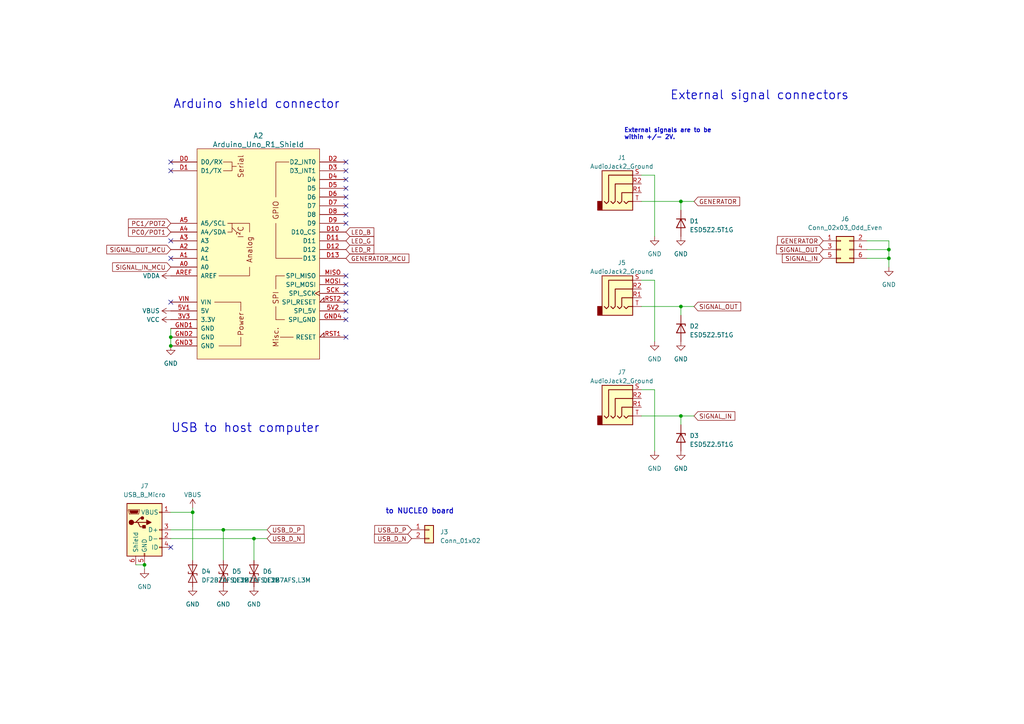
<source format=kicad_sch>
(kicad_sch (version 20230121) (generator eeschema)
  (paper "A4")
  (title_block (title "DSP PAW add-on board") (date "2023-09-13") (rev "2") (company "bitgloo") (comment 1 "Released under the CERN Open Hardware Licence Version 2 - Strongly Reciprocal"))
  (lib_symbols
    (symbol "Connector:USB_B_Micro" (pin_names (offset 1.016))
      (property "Reference" "J" (at -5.08 11.43 0))
      (property "Value" "USB_B_Micro" (at -5.08 8.89 0))
      (symbol "USB_B_Micro_0_1"
        (rectangle (start -5.08 -7.62) (end 5.08 7.62) (stroke (width 0.254)) (fill (type background)))
        (circle (center -3.81 2.159) (radius 0.635) (stroke (width 0.254)) (fill (type outline)))
        (circle (center -0.635 3.429) (radius 0.381) (stroke (width 0.254)) (fill (type outline)))
        (rectangle (start -0.127 -7.62) (end 0.127 -6.858))
        (polyline (pts (xy -1.905 2.159) (xy 0.635 2.159)) (stroke (width 0.254)))
        (polyline (pts (xy -3.175 2.159) (xy -2.54 2.159) (xy -1.27 3.429) (xy -0.635 3.429)) (stroke (width 0.254)))
        (polyline (pts (xy -2.54 2.159) (xy -1.905 2.159) (xy -1.27 0.889) (xy 0 0.889)) (stroke (width 0.254)))
        (polyline (pts (xy 0.635 2.794) (xy 0.635 1.524) (xy 1.905 2.159) (xy 0.635 2.794)) (stroke (width 0.254)) (fill (type outline)))
        (polyline (pts (xy -4.318 5.588) (xy -1.778 5.588) (xy -2.032 4.826) (xy -4.064 4.826) (xy -4.318 5.588)) (fill (type outline)))
        (polyline (pts (xy -4.699 5.842) (xy -4.699 5.588) (xy -4.445 4.826) (xy -4.445 4.572) (xy -1.651 4.572) (xy -1.651 4.826) (xy -1.397 5.588) (xy -1.397 5.842) (xy -4.699 5.842)))
        (rectangle (start 0.254 1.27) (end -0.508 0.508) (stroke (width 0.254)) (fill (type outline)))
        (rectangle (start 5.08 -5.207) (end 4.318 -4.953))
        (rectangle (start 5.08 -2.667) (end 4.318 -2.413))
        (rectangle (start 5.08 -0.127) (end 4.318 0.127))
        (rectangle (start 5.08 4.953) (end 4.318 5.207))
      )
      (symbol "USB_B_Micro_1_1"
        (pin power_out line (at 7.62 5.08 180) (length 2.54) (name "VBUS") (number "1"))
        (pin bidirectional line (at 7.62 -2.54 180) (length 2.54) (name "D-") (number "2"))
        (pin bidirectional line (at 7.62 0 180) (length 2.54) (name "D+") (number "3"))
        (pin passive line (at 7.62 -5.08 180) (length 2.54) (name "ID") (number "4"))
        (pin power_out line (at 0 -10.16 90) (length 2.54) (name "GND") (number "5"))
        (pin passive line (at -2.54 -10.16 90) (length 2.54) (name "Shield") (number "6"))
      )
    )
    (symbol "Connector_Audio:AudioJack4"
      (property "Reference" "J" (at 0 8.89 0))
      (property "Value" "AudioJack4" (at 0 6.35 0))
      (symbol "AudioJack4_0_1"
        (rectangle (start -6.35 -5.08) (end -7.62 -7.62) (stroke (width 0.254)) (fill (type outline)))
        (polyline (pts (xy 0 -5.08) (xy 0.635 -5.715) (xy 1.27 -5.08) (xy 2.54 -5.08)) (stroke (width 0.254)))
        (polyline (pts (xy -5.715 -5.08) (xy -5.08 -5.715) (xy -4.445 -5.08) (xy -4.445 2.54) (xy 2.54 2.54)) (stroke (width 0.254)))
        (polyline (pts (xy -1.905 -5.08) (xy -1.27 -5.715) (xy -0.635 -5.08) (xy -0.635 -2.54) (xy 2.54 -2.54)) (stroke (width 0.254)))
        (polyline (pts (xy 2.54 0) (xy -2.54 0) (xy -2.54 -5.08) (xy -3.175 -5.715) (xy -3.81 -5.08)) (stroke (width 0.254)))
        (rectangle (start 2.54 3.81) (end -6.35 -7.62) (stroke (width 0.254)) (fill (type background)))
      )
      (symbol "AudioJack4_1_1"
        (pin passive line (at 5.08 -2.54 180) (length 2.54) (name "~") (number "R1"))
        (pin passive line (at 5.08 0 180) (length 2.54) (name "~") (number "R2"))
        (pin passive line (at 5.08 2.54 180) (length 2.54) (name "~") (number "S"))
        (pin passive line (at 5.08 -5.08 180) (length 2.54) (name "~") (number "T"))
      )
    )
    (symbol "Connector_Generic:Conn_01x02" (pin_names (offset 1.016) hide)
      (property "Reference" "J" (at 0 2.54 0))
      (property "Value" "Conn_01x02" (at 0 -5.08 0))
      (symbol "Conn_01x02_1_1"
        (rectangle (start -1.27 -2.413) (end 0 -2.667) (stroke (width 0.1524)))
        (rectangle (start -1.27 0.127) (end 0 -0.127) (stroke (width 0.1524)))
        (rectangle (start -1.27 1.27) (end 1.27 -3.81) (stroke (width 0.254)) (fill (type background)))
        (pin passive line (at -5.08 0 0) (length 3.81) (name "Pin_1") (number "1"))
        (pin passive line (at -5.08 -2.54 0) (length 3.81) (name "Pin_2") (number "2"))
      )
    )
    (symbol "Connector_Generic:Conn_02x03_Odd_Even" (pin_names (offset 1.016) hide)
      (property "Reference" "J" (at 1.27 5.08 0))
      (property "Value" "Conn_02x03_Odd_Even" (at 1.27 -5.08 0))
      (symbol "Conn_02x03_Odd_Even_1_1"
        (rectangle (start -1.27 -2.413) (end 0 -2.667) (stroke (width 0.1524)))
        (rectangle (start -1.27 0.127) (end 0 -0.127) (stroke (width 0.1524)))
        (rectangle (start -1.27 2.667) (end 0 2.413) (stroke (width 0.1524)))
        (rectangle (start -1.27 3.81) (end 3.81 -3.81) (stroke (width 0.254)) (fill (type background)))
        (rectangle (start 3.81 -2.413) (end 2.54 -2.667) (stroke (width 0.1524)))
        (rectangle (start 3.81 0.127) (end 2.54 -0.127) (stroke (width 0.1524)))
        (rectangle (start 3.81 2.667) (end 2.54 2.413) (stroke (width 0.1524)))
        (pin passive line (at -5.08 2.54 0) (length 3.81) (name "Pin_1") (number "1"))
        (pin passive line (at 7.62 2.54 180) (length 3.81) (name "Pin_2") (number "2"))
        (pin passive line (at -5.08 0 0) (length 3.81) (name "Pin_3") (number "3"))
        (pin passive line (at 7.62 0 180) (length 3.81) (name "Pin_4") (number "4"))
        (pin passive line (at -5.08 -2.54 0) (length 3.81) (name "Pin_5") (number "5"))
        (pin passive line (at 7.62 -2.54 180) (length 3.81) (name "Pin_6") (number "6"))
      )
    )
    (symbol "Diode:ESD5Zxx" (pin_numbers hide) (pin_names hide)
      (property "Reference" "D" (at 0 2.54 0))
      (property "Value" "ESD5Zxx" (at 0 -2.54 0))
      (symbol "ESD5Zxx_0_1"
        (polyline (pts (xy 1.27 0) (xy -1.27 0)))
        (polyline (pts (xy -1.27 -1.27) (xy -1.27 1.27) (xy -0.762 1.27)) (stroke (width 0.254)))
        (polyline (pts (xy 1.27 -1.27) (xy 1.27 1.27) (xy -1.27 0) (xy 1.27 -1.27)) (stroke (width 0.254)))
      )
      (symbol "ESD5Zxx_1_1"
        (pin passive line (at -3.81 0 0) (length 2.54) (name "K") (number "1"))
        (pin passive line (at 3.81 0 180) (length 2.54) (name "A") (number "2"))
      )
    )
    (symbol "Diode:ESD9B5.0ST5G" (pin_numbers hide) (pin_names (offset 1.016) hide)
      (property "Reference" "D" (at 0 2.54 0))
      (property "Value" "ESD9B5.0ST5G" (at 0 -2.54 0))
      (symbol "ESD9B5.0ST5G_0_1"
        (polyline (pts (xy 1.27 0) (xy -1.27 0)))
        (polyline (pts (xy -2.54 -1.27) (xy 0 0) (xy -2.54 1.27) (xy -2.54 -1.27)) (stroke (width 0.2032)))
        (polyline (pts (xy 0.508 1.27) (xy 0 1.27) (xy 0 -1.27) (xy -0.508 -1.27)) (stroke (width 0.2032)))
        (polyline (pts (xy 2.54 1.27) (xy 2.54 -1.27) (xy 0 0) (xy 2.54 1.27)) (stroke (width 0.2032)))
      )
      (symbol "ESD9B5.0ST5G_1_1"
        (pin passive line (at -3.81 0 0) (length 2.54) (name "A1") (number "1"))
        (pin passive line (at 3.81 0 180) (length 2.54) (name "A2") (number "2"))
      )
    )
    (symbol "PCM_arduino-library:Arduino_Uno_R1_Shield" (pin_names (offset 1.016))
      (property "Reference" "A" (at 0 36.83 0))
      (property "Value" "Arduino_Uno_R1_Shield" (at 0 33.02 0))
      (symbol "Arduino_Uno_R1_Shield_0_0"
        (rectangle (start -17.78 30.48) (end 17.78 -30.48) (fill (type background)))
        (rectangle (start -12.7 -13.97) (end -5.08 -13.97))
        (rectangle (start -11.43 -26.67) (end -5.08 -26.67))
        (polyline (pts (xy -7.62 7.62) (xy -6.35 6.35)))
        (polyline (pts (xy -7.62 25.4) (xy -6.35 25.4)))
        (polyline (pts (xy -5.08 -26.67) (xy -5.08 -24.13)))
        (polyline (pts (xy -5.08 -15.24) (xy -5.08 -16.51)))
        (polyline (pts (xy -5.08 -13.97) (xy -5.08 -15.24)))
        (polyline (pts (xy -2.54 -3.81) (xy -2.54 -6.35) (xy -11.43 -6.35)))
        (polyline (pts (xy -2.54 6.35) (xy -2.54 8.89) (xy -8.89 8.89)))
        (polyline (pts (xy 5.08 8.89) (xy 5.08 -1.27) (xy 12.7 -1.27)))
        (polyline (pts (xy 5.08 16.51) (xy 5.08 26.67) (xy 8.89 26.67)))
        (polyline (pts (xy -10.16 26.67) (xy -7.62 26.67) (xy -7.62 24.13) (xy -10.16 24.13)))
        (polyline (pts (xy -8.89 8.89) (xy -7.62 8.89) (xy -7.62 6.35) (xy -8.89 6.35)))
        (rectangle (start 5.08 -19.05) (end 5.08 -15.24))
        (rectangle (start 5.08 -19.05) (end 7.62 -19.05))
        (rectangle (start 5.08 -10.16) (end 5.08 -6.35))
        (rectangle (start 6.35 -24.13) (end 10.16 -24.13))
        (rectangle (start 7.62 -6.35) (end 5.08 -6.35))
        (text "Analog" (at -2.54 1.27 900) (effects (font (size 1.524 1.524))))
        (text "I²C" (at -5.08 6.35 900) (effects (font (size 1.524 1.524))))
        (text "Misc." (at 5.08 -24.13 900) (effects (font (size 1.524 1.524))))
        (text "Power" (at -5.08 -20.32 900) (effects (font (size 1.524 1.524))))
        (text "Serial" (at -5.08 25.4 900) (effects (font (size 1.524 1.524))))
        (text "SPI" (at 5.08 -12.7 900) (effects (font (size 1.524 1.524))))
      )
      (symbol "Arduino_Uno_R1_Shield_1_0"
        (text "GPIO" (at 5.08 12.7 900) (effects (font (size 1.524 1.524))))
      )
      (symbol "Arduino_Uno_R1_Shield_1_1"
        (pin power_out line (at -25.4 -19.05 0) (length 7.62) (name "3.3V") (number "3V3"))
        (pin power_in line (at -25.4 -16.51 0) (length 7.62) (name "5V") (number "5V1"))
        (pin power_in line (at 25.4 -16.51 180) (length 7.62) (name "SPI_5V") (number "5V2"))
        (pin bidirectional line (at -25.4 -3.81 0) (length 7.62) (name "A0") (number "A0"))
        (pin bidirectional line (at -25.4 -1.27 0) (length 7.62) (name "A1") (number "A1"))
        (pin bidirectional line (at -25.4 1.27 0) (length 7.62) (name "A2") (number "A2"))
        (pin bidirectional line (at -25.4 3.81 0) (length 7.62) (name "A3") (number "A3"))
        (pin bidirectional line (at -25.4 6.35 0) (length 7.62) (name "A4/SDA") (number "A4"))
        (pin bidirectional line (at -25.4 8.89 0) (length 7.62) (name "A5/SCL") (number "A5"))
        (pin input line (at -25.4 -6.35 0) (length 7.62) (name "AREF") (number "AREF"))
        (pin bidirectional line (at -25.4 26.67 0) (length 7.62) (name "D0/RX") (number "D0"))
        (pin bidirectional line (at -25.4 24.13 0) (length 7.62) (name "D1/TX") (number "D1"))
        (pin bidirectional line (at 25.4 6.35 180) (length 7.62) (name "D10_CS") (number "D10"))
        (pin bidirectional line (at 25.4 3.81 180) (length 7.62) (name "D11") (number "D11"))
        (pin bidirectional line (at 25.4 1.27 180) (length 7.62) (name "D12") (number "D12"))
        (pin bidirectional line (at 25.4 -1.27 180) (length 7.62) (name "D13") (number "D13"))
        (pin bidirectional line (at 25.4 26.67 180) (length 7.62) (name "D2_INT0") (number "D2"))
        (pin bidirectional line (at 25.4 24.13 180) (length 7.62) (name "D3_INT1") (number "D3"))
        (pin bidirectional line (at 25.4 21.59 180) (length 7.62) (name "D4") (number "D4"))
        (pin bidirectional line (at 25.4 19.05 180) (length 7.62) (name "D5") (number "D5"))
        (pin bidirectional line (at 25.4 16.51 180) (length 7.62) (name "D6") (number "D6"))
        (pin bidirectional line (at 25.4 13.97 180) (length 7.62) (name "D7") (number "D7"))
        (pin bidirectional line (at 25.4 11.43 180) (length 7.62) (name "D8") (number "D8"))
        (pin bidirectional line (at 25.4 8.89 180) (length 7.62) (name "D9") (number "D9"))
        (pin power_in line (at -25.4 -21.59 0) (length 7.62) (name "GND") (number "GND1"))
        (pin power_in line (at -25.4 -24.13 0) (length 7.62) (name "GND") (number "GND2"))
        (pin power_in line (at -25.4 -26.67 0) (length 7.62) (name "GND") (number "GND3"))
        (pin power_in line (at 25.4 -19.05 180) (length 7.62) (name "SPI_GND") (number "GND4"))
        (pin input line (at 25.4 -6.35 180) (length 7.62) (name "SPI_MISO") (number "MISO"))
        (pin output line (at 25.4 -8.89 180) (length 7.62) (name "SPI_MOSI") (number "MOSI"))
        (pin open_collector input_low (at 25.4 -24.13 180) (length 7.62) (name "RESET") (number "RST1"))
        (pin open_collector input_low (at 25.4 -13.97 180) (length 7.62) (name "SPI_RESET") (number "RST2"))
        (pin output clock (at 25.4 -11.43 180) (length 7.62) (name "SPI_SCK") (number "SCK"))
        (pin power_in line (at -25.4 -13.97 0) (length 7.62) (name "VIN") (number "VIN"))
      )
    )
    (symbol "power:GND" (power) (pin_names (offset 0))
      (property "Value" "GND" (at 0 -3.81 0))
      (symbol "GND_0_1"
        (polyline (pts (xy 0 0) (xy 0 -1.27) (xy 1.27 -1.27) (xy 0 -2.54) (xy -1.27 -1.27) (xy 0 -1.27)))
      )
      (symbol "GND_1_1"
        (pin power_in line (at 0 0 270) (length 0) hide (name "GND") (number "1"))
      )
    )
    (symbol "power:VBUS" (power) (pin_names (offset 0))
      (property "Value" "VBUS" (at 0 3.81 0))
      (symbol "VBUS_0_1"
        (polyline (pts (xy -0.762 1.27) (xy 0 2.54)))
        (polyline (pts (xy 0 0) (xy 0 2.54)))
        (polyline (pts (xy 0 2.54) (xy 0.762 1.27)))
      )
      (symbol "VBUS_1_1"
        (pin power_in line (at 0 0 90) (length 0) hide (name "VBUS") (number "1"))
      )
    )
    (symbol "power:VCC" (power) (pin_names (offset 0))
      (property "Value" "VCC" (at 0 3.81 0))
      (symbol "VCC_0_1"
        (polyline (pts (xy -0.762 1.27) (xy 0 2.54)))
        (polyline (pts (xy 0 0) (xy 0 2.54)))
        (polyline (pts (xy 0 2.54) (xy 0.762 1.27)))
      )
      (symbol "VCC_1_1"
        (pin power_in line (at 0 0 90) (length 0) hide (name "VCC") (number "1"))
      )
    )
    (symbol "power:VDDA" (power) (pin_names (offset 0))
      (property "Value" "VDDA" (at 0 3.81 0))
      (symbol "VDDA_0_1"
        (polyline (pts (xy -0.762 1.27) (xy 0 2.54)))
        (polyline (pts (xy 0 0) (xy 0 2.54)))
        (polyline (pts (xy 0 2.54) (xy 0.762 1.27)))
      )
      (symbol "VDDA_1_1"
        (pin power_in line (at 0 0 90) (length 0) hide (name "VDDA") (number "1"))
      )
    )
  )
  (junction (at 64.77 153.67))
  (junction (at 197.485 58.42))
  (junction (at 73.66 156.21))
  (junction (at 197.485 88.9))
  (junction (at 49.53 100.33))
  (junction (at 257.81 72.39))
  (junction (at 41.91 163.83))
  (junction (at 49.53 97.79))
  (junction (at 55.88 148.59))
  (junction (at 197.485 120.65))
  (junction (at 257.81 74.93))
  (no_connect (at 100.33 90.17))
  (no_connect (at 49.53 49.53))
  (no_connect (at 49.53 74.93))
  (no_connect (at 49.53 46.99))
  (no_connect (at 100.33 64.77))
  (no_connect (at 100.33 54.61))
  (no_connect (at 100.33 49.53))
  (no_connect (at 100.33 57.15))
  (no_connect (at 100.33 46.99))
  (no_connect (at 100.33 80.01))
  (no_connect (at 49.53 87.63))
  (no_connect (at 100.33 52.07))
  (no_connect (at 100.33 87.63))
  (no_connect (at 49.53 69.85))
  (no_connect (at 100.33 82.55))
  (no_connect (at 49.53 158.75))
  (no_connect (at 100.33 85.09))
  (no_connect (at 100.33 59.69))
  (no_connect (at 100.33 92.71))
  (no_connect (at 100.33 97.79))
  (no_connect (at 100.33 62.23))
  (wire (pts (xy 257.81 72.39) (xy 251.46 72.39)))
  (wire (pts (xy 189.865 113.03) (xy 189.865 130.81)))
  (wire (pts (xy 186.055 113.03) (xy 189.865 113.03)))
  (wire (pts (xy 257.81 74.93) (xy 257.81 77.47)))
  (wire (pts (xy 55.88 147.32) (xy 55.88 148.59)))
  (wire (pts (xy 189.865 81.28) (xy 189.865 99.06)))
  (wire (pts (xy 197.485 120.65) (xy 201.295 120.65)))
  (wire (pts (xy 257.81 72.39) (xy 257.81 74.93)))
  (wire (pts (xy 197.485 58.42) (xy 201.295 58.42)))
  (wire (pts (xy 73.66 156.21) (xy 77.47 156.21)))
  (wire (pts (xy 197.485 58.42) (xy 197.485 60.96)))
  (wire (pts (xy 49.53 153.67) (xy 64.77 153.67)))
  (wire (pts (xy 189.865 50.8) (xy 189.865 68.58)))
  (wire (pts (xy 49.53 156.21) (xy 73.66 156.21)))
  (wire (pts (xy 39.37 163.83) (xy 41.91 163.83)))
  (wire (pts (xy 197.485 88.9) (xy 197.485 91.44)))
  (wire (pts (xy 49.53 148.59) (xy 55.88 148.59)))
  (wire (pts (xy 197.485 88.9) (xy 201.295 88.9)))
  (wire (pts (xy 186.055 50.8) (xy 189.865 50.8)))
  (wire (pts (xy 197.485 120.65) (xy 197.485 123.19)))
  (wire (pts (xy 257.81 69.85) (xy 257.81 72.39)))
  (wire (pts (xy 49.53 95.25) (xy 49.53 97.79)))
  (wire (pts (xy 55.88 148.59) (xy 55.88 162.56)))
  (wire (pts (xy 257.81 69.85) (xy 251.46 69.85)))
  (wire (pts (xy 64.77 153.67) (xy 64.77 162.56)))
  (wire (pts (xy 41.91 163.83) (xy 41.91 165.1)))
  (wire (pts (xy 251.46 74.93) (xy 257.81 74.93)))
  (wire (pts (xy 186.055 88.9) (xy 197.485 88.9)))
  (wire (pts (xy 186.055 58.42) (xy 197.485 58.42)))
  (wire (pts (xy 186.055 120.65) (xy 197.485 120.65)))
  (wire (pts (xy 49.53 97.79) (xy 49.53 100.33)))
  (wire (pts (xy 64.77 153.67) (xy 77.47 153.67)))
  (wire (pts (xy 186.055 81.28) (xy 189.865 81.28)))
  (wire (pts (xy 73.66 156.21) (xy 73.66 162.56)))
  (text "USB to host computer" (at 49.53 125.73 0) (effects (font (size 2.54 2.54) (thickness 0.254) bold) (justify left bottom)))
  (text "to NUCLEO board" (at 111.76 149.225 0) (effects (font (size 1.5 1.5) (thickness 0.254) bold) (justify left bottom)))
  (text "Arduino shield connector" (at 50.165 31.75 0) (effects (font (size 2.54 2.54) (thickness 0.254) bold) (justify left bottom)))
  (text "External signals are to be\nwithin +/- 2V." (at 180.975 40.64 0) (effects (font (size 1.25 1.25) (thickness 0.254) bold) (justify left bottom)))
  (text "External signal connectors" (at 194.31 29.21 0) (effects (font (size 2.54 2.54) (thickness 0.254) bold) (justify left bottom)))
  (global_label "USB_D_P" (shape input) (at 119.38 153.67 180) (property "Intersheetrefs" "${INTERSHEET_REFS}" (effects hide)))
  (global_label "SIGNAL_OUT" (shape input) (at 201.295 88.9 0) (property "Intersheetrefs" "${INTERSHEET_REFS}" (effects hide)))
  (global_label "SIGNAL_IN_MCU" (shape input) (at 49.53 77.47 180) (property "Intersheetrefs" "${INTERSHEET_REFS}" (effects hide)))
  (global_label "SIGNAL_OUT_MCU" (shape input) (at 49.53 72.39 180) (property "Intersheetrefs" "${INTERSHEET_REFS}" (effects hide)))
  (global_label "SIGNAL_IN" (shape input) (at 201.295 120.65 0) (property "Intersheetrefs" "${INTERSHEET_REFS}" (effects hide)))
  (global_label "PC0{slash}POT1" (shape input) (at 49.53 67.31 180) (property "Intersheetrefs" "${INTERSHEET_REFS}" (effects hide)))
  (global_label "GENERATOR" (shape input) (at 201.295 58.42 0) (property "Intersheetrefs" "${INTERSHEET_REFS}" (effects hide)))
  (global_label "LED_B" (shape input) (at 100.33 67.31 0) (property "Intersheetrefs" "${INTERSHEET_REFS}" (effects hide)))
  (global_label "SIGNAL_OUT" (shape input) (at 238.76 72.39 180) (property "Intersheetrefs" "${INTERSHEET_REFS}" (effects hide)))
  (global_label "LED_G" (shape input) (at 100.33 69.85 0) (property "Intersheetrefs" "${INTERSHEET_REFS}" (effects hide)))
  (global_label "LED_R" (shape input) (at 100.33 72.39 0) (property "Intersheetrefs" "${INTERSHEET_REFS}" (effects hide)))
  (global_label "GENERATOR_MCU" (shape input) (at 100.33 74.93 0) (property "Intersheetrefs" "${INTERSHEET_REFS}" (effects hide)))
  (global_label "USB_D_P" (shape input) (at 77.47 153.67 0) (property "Intersheetrefs" "${INTERSHEET_REFS}" (effects hide)))
  (global_label "GENERATOR" (shape input) (at 238.76 69.85 180) (property "Intersheetrefs" "${INTERSHEET_REFS}" (effects hide)))
  (global_label "SIGNAL_IN" (shape input) (at 238.76 74.93 180) (property "Intersheetrefs" "${INTERSHEET_REFS}" (effects hide)))
  (global_label "USB_D_N" (shape input) (at 119.38 156.21 180) (property "Intersheetrefs" "${INTERSHEET_REFS}" (effects hide)))
  (global_label "PC1{slash}POT2" (shape input) (at 49.53 64.77 180) (property "Intersheetrefs" "${INTERSHEET_REFS}" (effects hide)))
  (global_label "USB_D_N" (shape input) (at 77.47 156.21 0) (property "Intersheetrefs" "${INTERSHEET_REFS}" (effects hide)))
  (symbol (lib_id "Diode:ESD9B5.0ST5G") (at 55.88 166.37 90) (unit 1)
    (property "Reference" "D4" (at 58.42 165.735 90) (effects (justify right)))
    (property "Value" "DF2B7AFS,L3M" (at 58.42 168.275 90) (effects (justify right)))
    (property "Footprint" "Diode_SMD:D_SOD-923" (effects hide))
    (property "Datasheet" "https://www.onsemi.com/pub/Collateral/ESD9B-D.PDF" (effects hide))
    (property "Part Number" "DF2B7AFS,L3M" (effects hide))
  )
  (symbol (lib_id "power:VDDA") (at 49.53 80.01 90) (unit 1)
    (property "Reference" "#PWR04" (effects hide))
    (property "Value" "VDDA" (at 46.355 80.01 90) (effects (justify left)))
    (instances (project "stmdsp_rev3" (path "" (reference "#PWR04") (unit 1))) (project "DSP PAW add-on board" (path "" (reference "#PWR074") (unit 1))))
  )
  (symbol (lib_id "power:GND") (at 64.77 170.18 0) (unit 1)
    (property "Reference" "#PWR038" (effects hide))
    (property "Value" "GND" (at 64.77 175.26 0))
    (instances (project "stmdsp_rev3" (path "" (reference "#PWR038") (unit 1))) (project "DSP PAW add-on board" (path "" (reference "#PWR064") (unit 1))))
  )
  (symbol (lib_id "power:GND") (at 189.865 99.06 0) (unit 1)
    (property "Reference" "#PWR034" (effects hide))
    (property "Value" "GND" (at 189.865 104.14 0))
    (instances (project "stmdsp_rev3" (path "" (reference "#PWR034") (unit 1))) (project "DSP PAW add-on board" (path "" (reference "#PWR056") (unit 1))))
  )
  (symbol (lib_id "power:GND") (at 257.81 77.47 0) (mirror y) (unit 1)
    (property "Reference" "#PWR036" (effects hide))
    (property "Value" "GND" (at 257.81 82.55 0))
    (instances (project "stmdsp_rev3" (path "" (reference "#PWR036") (unit 1))) (project "DSP PAW add-on board" (path "" (reference "#PWR052") (unit 1))))
  )
  (symbol (lib_id "power:GND") (at 189.865 68.58 0) (unit 1)
    (property "Reference" "#PWR032" (effects hide))
    (property "Value" "GND" (at 189.865 73.66 0))
    (instances (project "stmdsp_rev3" (path "" (reference "#PWR032") (unit 1))) (project "DSP PAW add-on board" (path "" (reference "#PWR049") (unit 1))))
  )
  (symbol (lib_id "PCM_arduino-library:Arduino_Uno_R1_Shield") (at 74.93 73.66 0) (unit 1)
    (property "Reference" "A2" (at 74.93 39.37 0) (effects (font (size 1.524 1.524))))
    (property "Value" "Arduino_Uno_R1_Shield" (at 74.93 41.91 0) (effects (font (size 1.524 1.524))))
    (property "Footprint" "PCM_arduino-library:Arduino_Uno_R2_Shield" (effects hide))
    (property "Datasheet" "https://startingelectronics.org/articles/arduino/uno-r3-r2-differences/" (effects hide))
    (property "DNP" "T" (effects hide))
  )
  (symbol (lib_id "Diode:ESD9B5.0ST5G") (at 64.77 166.37 90) (unit 1)
    (property "Reference" "D5" (at 67.31 165.735 90) (effects (justify right)))
    (property "Value" "DF2B7AFS,L3M" (at 67.31 168.275 90) (effects (justify right)))
    (property "Footprint" "Diode_SMD:D_SOD-923" (effects hide))
    (property "Datasheet" "https://www.onsemi.com/pub/Collateral/ESD9B-D.PDF" (effects hide))
    (property "Part Number" "DF2B7AFS,L3M" (effects hide))
  )
  (symbol (lib_id "Connector_Audio:AudioJack4") (at 180.975 83.82 0) (unit 1)
    (property "Reference" "J5" (at 180.34 76.2 0))
    (property "Value" "AudioJack2_Ground" (at 180.34 78.74 0))
    (property "Footprint" "Connector_Audio:Jack_3.5mm_PJ320D_Horizontal" (effects hide))
    (property "Part Number" "PJ-320D" (effects hide))
  )
  (symbol (lib_id "Diode:ESD5Zxx") (at 197.485 127 270) (unit 1)
    (property "Reference" "D3" (at 200.025 126.365 90) (effects (justify left)))
    (property "Value" "ESD5Z2.5T1G" (at 200.025 128.905 90) (effects (justify left)))
    (property "Footprint" "Diode_SMD:D_SOD-523" (effects hide))
    (property "Datasheet" "https://www.onsemi.com/pdf/datasheet/esd5z2.5t1-d.pdf" (effects hide))
    (property "Part Number" "ESD5Z2.5T1G" (effects hide))
  )
  (symbol (lib_id "power:GND") (at 189.865 130.81 0) (unit 1)
    (property "Reference" "#PWR034" (effects hide))
    (property "Value" "GND" (at 189.865 135.89 0))
    (instances (project "stmdsp_rev3" (path "" (reference "#PWR034") (unit 1))) (project "DSP PAW add-on board" (path "" (reference "#PWR059") (unit 1))))
  )
  (symbol (lib_id "power:GND") (at 55.88 170.18 0) (unit 1)
    (property "Reference" "#PWR038" (effects hide))
    (property "Value" "GND" (at 55.88 175.26 0))
    (instances (project "stmdsp_rev3" (path "" (reference "#PWR038") (unit 1))) (project "DSP PAW add-on board" (path "" (reference "#PWR063") (unit 1))))
  )
  (symbol (lib_id "power:VBUS") (at 55.88 147.32 0) (unit 1)
    (property "Reference" "#PWR061" (effects hide))
    (property "Value" "VBUS" (at 55.88 143.51 0))
  )
  (symbol (lib_id "Diode:ESD5Zxx") (at 197.485 64.77 270) (unit 1)
    (property "Reference" "D1" (at 200.025 64.135 90) (effects (justify left)))
    (property "Value" "ESD5Z2.5T1G" (at 200.025 66.675 90) (effects (justify left)))
    (property "Footprint" "Diode_SMD:D_SOD-523" (effects hide))
    (property "Datasheet" "https://www.onsemi.com/pdf/datasheet/esd5z2.5t1-d.pdf" (effects hide))
    (property "Part Number" "ESD5Z2.5T1G" (effects hide))
  )
  (symbol (lib_id "power:VCC") (at 49.53 92.71 90) (unit 1)
    (property "Reference" "#PWR015" (effects hide))
    (property "Value" "VCC" (at 46.355 92.71 90) (effects (justify left)))
    (instances (project "stmdsp_rev3" (path "" (reference "#PWR015") (unit 1))) (project "DSP PAW add-on board" (path "" (reference "#PWR072") (unit 1))))
  )
  (symbol (lib_id "Diode:ESD5Zxx") (at 197.485 95.25 270) (unit 1)
    (property "Reference" "D2" (at 200.025 94.615 90) (effects (justify left)))
    (property "Value" "ESD5Z2.5T1G" (at 200.025 97.155 90) (effects (justify left)))
    (property "Footprint" "Diode_SMD:D_SOD-523" (effects hide))
    (property "Datasheet" "https://www.onsemi.com/pdf/datasheet/esd5z2.5t1-d.pdf" (effects hide))
    (property "Part Number" "ESD5Z2.5T1G" (effects hide))
  )
  (symbol (lib_id "Connector_Audio:AudioJack4") (at 180.975 53.34 0) (unit 1)
    (property "Reference" "J1" (at 180.34 45.72 0))
    (property "Value" "AudioJack2_Ground" (at 180.34 48.26 0))
    (property "Footprint" "Connector_Audio:Jack_3.5mm_PJ320D_Horizontal" (effects hide))
    (property "Part Number" "PJ-320D" (effects hide))
  )
  (symbol (lib_id "Connector:USB_B_Micro") (at 41.91 153.67 0) (unit 1)
    (property "Reference" "J7" (at 41.91 140.97 0))
    (property "Value" "USB_B_Micro" (at 41.91 143.51 0))
    (property "Footprint" "Connector_USB:USB_Micro-B_Amphenol_10104110_Horizontal" (effects hide))
    (property "Part Number" "10104110-0001LF" (effects hide))
    (instances (project "stmdsp_rev3" (path "" (reference "J7") (unit 1))) (project "DSP PAW add-on board" (path "" (reference "J8") (unit 1))))
  )
  (symbol (lib_id "power:GND") (at 197.485 99.06 0) (unit 1)
    (property "Reference" "#PWR032" (effects hide))
    (property "Value" "GND" (at 197.485 104.14 0))
    (instances (project "stmdsp_rev3" (path "" (reference "#PWR032") (unit 1))) (project "DSP PAW add-on board" (path "" (reference "#PWR057") (unit 1))))
  )
  (symbol (lib_id "Connector_Audio:AudioJack4") (at 180.975 115.57 0) (unit 1)
    (property "Reference" "J7" (at 180.34 107.95 0))
    (property "Value" "AudioJack2_Ground" (at 180.34 110.49 0))
    (property "Footprint" "Connector_Audio:Jack_3.5mm_PJ320D_Horizontal" (effects hide))
    (property "Part Number" "PJ-320D" (effects hide))
  )
  (symbol (lib_id "power:VBUS") (at 49.53 90.17 90) (unit 1)
    (property "Reference" "#PWR075" (effects hide))
    (property "Value" "VBUS" (at 46.355 90.17 90) (effects (justify left)))
  )
  (symbol (lib_id "power:GND") (at 197.485 130.81 0) (unit 1)
    (property "Reference" "#PWR032" (effects hide))
    (property "Value" "GND" (at 197.485 135.89 0))
    (instances (project "stmdsp_rev3" (path "" (reference "#PWR032") (unit 1))) (project "DSP PAW add-on board" (path "" (reference "#PWR060") (unit 1))))
  )
  (symbol (lib_id "Connector_Generic:Conn_01x02") (at 124.46 153.67 0) (unit 1)
    (property "Reference" "J3" (at 127.635 154.305 0) (effects (justify left)))
    (property "Value" "Conn_01x02" (at 127.635 156.845 0) (effects (justify left)))
    (property "Footprint" "Connector_PinHeader_2.54mm:PinHeader_1x02_P2.54mm_Vertical" (effects hide))
    (property "DNP" "T" (effects hide))
  )
  (symbol (lib_id "power:GND") (at 73.66 170.18 0) (unit 1)
    (property "Reference" "#PWR038" (effects hide))
    (property "Value" "GND" (at 73.66 175.26 0))
    (instances (project "stmdsp_rev3" (path "" (reference "#PWR038") (unit 1))) (project "DSP PAW add-on board" (path "" (reference "#PWR065") (unit 1))))
  )
  (symbol (lib_id "Diode:ESD9B5.0ST5G") (at 73.66 166.37 90) (unit 1)
    (property "Reference" "D6" (at 76.2 165.735 90) (effects (justify right)))
    (property "Value" "DF2B7AFS,L3M" (at 76.2 168.275 90) (effects (justify right)))
    (property "Footprint" "Diode_SMD:D_SOD-923" (effects hide))
    (property "Datasheet" "https://www.onsemi.com/pub/Collateral/ESD9B-D.PDF" (effects hide))
    (property "Part Number" "DF2B7AFS,L3M" (effects hide))
  )
  (symbol (lib_id "Connector_Generic:Conn_02x03_Odd_Even") (at 243.84 72.39 0) (unit 1)
    (property "Reference" "J6" (at 245.11 63.5 0))
    (property "Value" "Conn_02x03_Odd_Even" (at 245.11 66.04 0))
    (property "Footprint" "Connector_PinHeader_2.54mm:PinHeader_2x03_P2.54mm_Vertical" (effects hide))
    (property "Part Number" "PH2-06-UA" (effects hide))
    (instances (project "stmdsp_rev3" (path "" (reference "J6") (unit 1))) (project "DSP PAW add-on board" (path "" (reference "J4") (unit 1))))
  )
  (symbol (lib_id "power:GND") (at 197.485 68.58 0) (unit 1)
    (property "Reference" "#PWR032" (effects hide))
    (property "Value" "GND" (at 197.485 73.66 0))
    (instances (project "stmdsp_rev3" (path "" (reference "#PWR032") (unit 1))) (project "DSP PAW add-on board" (path "" (reference "#PWR050") (unit 1))))
  )
  (symbol (lib_id "power:GND") (at 49.53 100.33 0) (mirror y) (unit 1)
    (property "Reference" "#PWR036" (effects hide))
    (property "Value" "GND" (at 49.53 105.41 0))
    (instances (project "stmdsp_rev3" (path "" (reference "#PWR036") (unit 1))) (project "DSP PAW add-on board" (path "" (reference "#PWR046") (unit 1))))
  )
  (symbol (lib_id "power:GND") (at 41.91 165.1 0) (unit 1)
    (property "Reference" "#PWR038" (effects hide))
    (property "Value" "GND" (at 41.91 170.18 0))
    (instances (project "stmdsp_rev3" (path "" (reference "#PWR038") (unit 1))) (project "DSP PAW add-on board" (path "" (reference "#PWR066") (unit 1))))
  )
)
</source>
